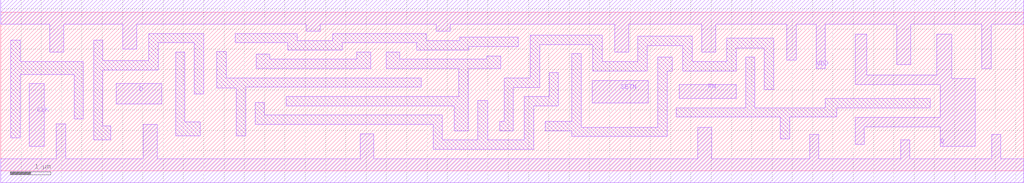
<source format=lef>
# Copyright 2022 GlobalFoundries PDK Authors
#
# Licensed under the Apache License, Version 2.0 (the "License");
# you may not use this file except in compliance with the License.
# You may obtain a copy of the License at
#
#      http://www.apache.org/licenses/LICENSE-2.0
#
# Unless required by applicable law or agreed to in writing, software
# distributed under the License is distributed on an "AS IS" BASIS,
# WITHOUT WARRANTIES OR CONDITIONS OF ANY KIND, either express or implied.
# See the License for the specific language governing permissions and
# limitations under the License.

MACRO gf180mcu_fd_sc_mcu7t5v0__dffrsnq_4
  CLASS core ;
  FOREIGN gf180mcu_fd_sc_mcu7t5v0__dffrsnq_4 0.0 0.0 ;
  ORIGIN 0 0 ;
  SYMMETRY X Y ;
  SITE GF018hv5v_mcu_sc7 ;
  SIZE 25.2 BY 3.92 ;
  PIN D
    DIRECTION INPUT ;
    ANTENNAGATEAREA 0.4565 ;
    PORT
      LAYER METAL1 ;
        POLYGON 2.85 1.65 3.96 1.65 3.96 2.15 2.85 2.15  ;
    END
  END D
  PIN RN
    DIRECTION INPUT ;
    ANTENNAGATEAREA 1.177 ;
    PORT
      LAYER METAL1 ;
        POLYGON 16.715 1.785 18.115 1.785 18.115 2.13 16.715 2.13  ;
    END
  END RN
  PIN SETN
    DIRECTION INPUT ;
    ANTENNAGATEAREA 1.096 ;
    PORT
      LAYER METAL1 ;
        POLYGON 14.565 1.67 15.955 1.67 15.955 2.225 14.565 2.225  ;
    END
  END SETN
  PIN CLK
    DIRECTION INPUT ;
    USE clock ;
    ANTENNAGATEAREA 0.6755 ;
    PORT
      LAYER METAL1 ;
        POLYGON 0.705 0.6 1.07 0.6 1.07 2.15 0.705 2.15  ;
    END
  END CLK
  PIN Q
    DIRECTION OUTPUT ;
    ANTENNADIFFAREA 2.1112 ;
    PORT
      LAYER METAL1 ;
        POLYGON 21.045 2.125 22.89 2.125 23.14 2.125 23.14 1.315 21.045 1.315 21.045 0.655 21.275 0.655 21.275 1.085 23.14 1.085 23.14 0.6 24.005 0.6 24.005 2.28 23.42 2.28 23.42 3.38 23.06 3.38 23.06 2.36 22.89 2.36 21.335 2.36 21.335 3.38 21.045 3.38  ;
    END
  END Q
  PIN VDD
    DIRECTION INOUT ;
    USE power ;
    SHAPE ABUTMENT ;
    PORT
      LAYER METAL1 ;
        POLYGON 0 3.62 1.205 3.62 1.205 2.93 1.555 2.93 1.555 3.62 2.035 3.62 3.01 3.62 3.01 3.005 3.35 3.005 3.35 3.62 4.995 3.62 7.53 3.62 7.53 3.445 7.87 3.445 7.87 3.62 10.73 3.62 10.73 3.445 11.07 3.445 11.07 3.62 12.75 3.62 15.125 3.62 15.125 2.93 15.465 2.93 15.465 3.62 17.27 3.62 17.27 2.93 17.61 2.93 17.61 3.62 19.035 3.62 19.365 3.62 19.365 2.73 19.595 2.73 19.595 3.62 20.085 3.62 20.085 2.53 20.315 2.53 20.315 3.62 22.07 3.62 22.07 2.62 22.41 2.62 22.41 3.62 22.89 3.62 24.165 3.62 24.165 2.53 24.395 2.53 24.395 3.62 25.2 3.62 25.2 4.22 22.89 4.22 19.035 4.22 12.75 4.22 4.995 4.22 2.035 4.22 0 4.22  ;
    END
  END VDD
  PIN VSS
    DIRECTION INOUT ;
    USE ground ;
    SHAPE ABUTMENT ;
    PORT
      LAYER METAL1 ;
        POLYGON 0 -0.3 25.2 -0.3 25.2 0.3 24.635 0.3 24.635 0.905 24.405 0.905 24.405 0.3 22.395 0.3 22.395 0.765 22.165 0.765 22.165 0.3 20.155 0.3 20.155 0.905 19.925 0.905 19.925 0.3 17.51 0.3 17.51 1.075 17.17 1.075 17.17 0.3 9.19 0.3 9.19 0.915 8.85 0.915 8.85 0.3 3.85 0.3 3.85 1.15 3.51 1.15 3.51 0.3 1.595 0.3 1.595 1.16 1.365 1.16 1.365 0.3 0 0.3  ;
    END
  END VSS
  OBS
      LAYER METAL1 ;
        POLYGON 0.245 0.81 0.475 0.81 0.475 2.38 1.805 2.38 1.805 1.28 2.035 1.28 2.035 2.7 0.475 2.7 0.475 3.225 0.245 3.225  ;
        POLYGON 4.305 0.865 4.915 0.865 4.915 1.205 4.535 1.205 4.535 2.93 4.305 2.93  ;
        POLYGON 2.515 2.49 3.88 2.49 3.88 3.16 4.765 3.16 4.765 1.895 4.995 1.895 4.995 3.39 3.65 3.39 3.65 2.725 2.515 2.725 2.515 3.225 2.285 3.225 2.285 0.765 2.715 0.765 2.715 1.105 2.515 1.105  ;
        POLYGON 6.29 2.525 9.11 2.525 9.11 2.93 8.77 2.93 8.77 2.755 6.63 2.755 6.63 2.885 6.29 2.885  ;
        POLYGON 5.325 2.04 5.805 2.04 5.805 0.865 6.035 0.865 6.035 2.065 10.36 2.065 10.36 2.295 5.555 2.295 5.555 2.94 5.325 2.94  ;
        POLYGON 9.49 2.525 11.28 2.525 11.28 1.835 7.03 1.835 7.03 1.605 11.17 1.605 11.17 0.99 11.51 0.99 11.51 2.525 12.31 2.525 12.31 2.835 11.97 2.835 11.97 2.755 9.83 2.755 9.83 2.93 9.49 2.93  ;
        POLYGON 5.78 3.16 7.07 3.16 7.07 2.985 8.41 2.985 8.41 3.16 10.245 3.16 10.245 2.985 11.53 2.985 11.53 3.065 12.75 3.065 12.75 3.295 11.3 3.295 11.3 3.215 10.48 3.215 10.48 3.39 8.18 3.39 8.18 3.215 7.3 3.215 7.3 3.39 5.78 3.39  ;
        POLYGON 6.265 1.145 10.65 1.145 10.65 0.53 13.125 0.53 13.125 1.6 13.735 1.6 13.735 2.43 13.505 2.43 13.505 1.83 12.895 1.83 12.895 0.76 12 0.76 12 1.735 11.745 1.735 11.745 0.76 10.88 0.76 10.88 1.375 6.495 1.375 6.495 1.685 6.265 1.685  ;
        POLYGON 13.41 0.99 14.065 0.99 14.065 0.845 16.415 0.845 16.415 2.465 16.535 2.465 16.535 2.805 16.185 2.805 16.185 1.075 14.295 1.075 14.295 2.89 14.065 2.89 14.065 1.22 13.41 1.22  ;
        POLYGON 12.29 0.99 12.63 0.99 12.63 2.06 13.275 2.06 13.275 3.12 14.585 3.12 14.585 2.465 15.925 2.465 15.925 3.09 16.805 3.09 16.805 2.465 18.115 2.465 18.115 3.035 18.805 3.035 18.805 2.005 19.035 2.005 19.035 3.27 17.885 3.27 17.885 2.7 17.035 2.7 17.035 3.325 15.695 3.325 15.695 2.7 14.815 2.7 14.815 3.355 13.045 3.355 13.045 2.295 12.4 2.295 12.4 1.22 12.29 1.22  ;
        POLYGON 16.645 1.325 19.205 1.325 19.205 0.79 19.435 0.79 19.435 1.325 20.595 1.325 20.595 1.555 22.89 1.555 22.89 1.785 20.305 1.785 20.305 1.555 18.575 1.555 18.575 2.805 18.345 2.805 18.345 1.555 16.645 1.555  ;
  END
END gf180mcu_fd_sc_mcu7t5v0__dffrsnq_4

</source>
